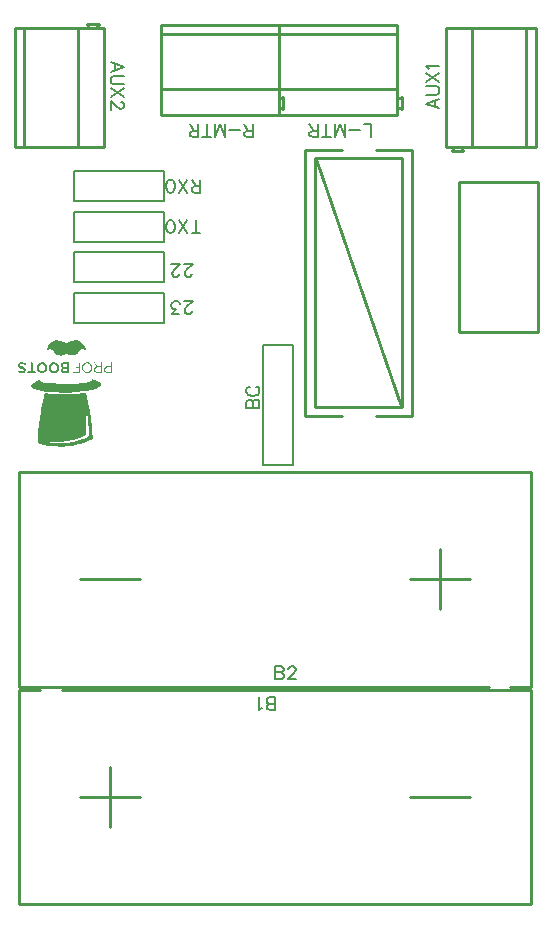
<source format=gto>
G04 Layer: TopSilkscreenLayer*
G04 EasyEDA v6.5.42, 2024-06-13 11:32:13*
G04 d1ebce20da0e461893040d04fa24d534,1f4b798e1f424c36b07c5063a1ef9d4e,10*
G04 Gerber Generator version 0.2*
G04 Scale: 100 percent, Rotated: No, Reflected: No *
G04 Dimensions in millimeters *
G04 leading zeros omitted , absolute positions ,4 integer and 5 decimal *
%FSLAX45Y45*%
%MOMM*%

%ADD10C,0.1524*%
%ADD11C,0.2540*%
%ADD12C,0.2032*%
%ADD13C,0.2030*%

%LPD*%
G36*
X565912Y-2686202D02*
G01*
X559257Y-2686608D01*
X551078Y-2687675D01*
X534111Y-2690571D01*
X527253Y-2692146D01*
X514045Y-2695956D01*
X508050Y-2698089D01*
X502716Y-2700274D01*
X498246Y-2702407D01*
X486613Y-2710027D01*
X480720Y-2711907D01*
X474319Y-2710230D01*
X458825Y-2702052D01*
X452424Y-2699258D01*
X445465Y-2696667D01*
X438150Y-2694330D01*
X430580Y-2692247D01*
X422909Y-2690520D01*
X415290Y-2689098D01*
X407822Y-2688031D01*
X400659Y-2687370D01*
X393954Y-2687116D01*
X387807Y-2687269D01*
X382371Y-2687929D01*
X376936Y-2689352D01*
X371246Y-2691536D01*
X365404Y-2694432D01*
X359562Y-2697988D01*
X353720Y-2702102D01*
X347980Y-2706725D01*
X342442Y-2711805D01*
X337210Y-2717190D01*
X332384Y-2722880D01*
X327964Y-2728722D01*
X324154Y-2734716D01*
X320954Y-2740761D01*
X316992Y-2749600D01*
X314147Y-2756763D01*
X312470Y-2762250D01*
X311912Y-2766212D01*
X312572Y-2768600D01*
X314299Y-2769565D01*
X317246Y-2769158D01*
X326237Y-2765450D01*
X332536Y-2763875D01*
X339394Y-2762808D01*
X345998Y-2762453D01*
X353618Y-2763113D01*
X359460Y-2765348D01*
X364236Y-2769616D01*
X372618Y-2782620D01*
X378256Y-2789732D01*
X384759Y-2796692D01*
X391363Y-2802686D01*
X396748Y-2806496D01*
X402691Y-2809646D01*
X409041Y-2812135D01*
X415747Y-2814015D01*
X422706Y-2815183D01*
X429717Y-2815742D01*
X436727Y-2815640D01*
X443636Y-2814828D01*
X450342Y-2813354D01*
X456692Y-2811221D01*
X462584Y-2808427D01*
X473760Y-2801010D01*
X478688Y-2798724D01*
X482447Y-2798165D01*
X484784Y-2799384D01*
X487273Y-2802382D01*
X490575Y-2805023D01*
X494487Y-2807411D01*
X499059Y-2809494D01*
X504088Y-2811221D01*
X509473Y-2812643D01*
X515213Y-2813710D01*
X521106Y-2814472D01*
X527151Y-2814828D01*
X533146Y-2814878D01*
X539089Y-2814523D01*
X544880Y-2813761D01*
X550367Y-2812643D01*
X555498Y-2811119D01*
X560171Y-2809189D01*
X564286Y-2806852D01*
X569772Y-2802331D01*
X576072Y-2795930D01*
X582371Y-2788412D01*
X594512Y-2771648D01*
X600506Y-2766060D01*
X607009Y-2763215D01*
X615035Y-2762453D01*
X621690Y-2762859D01*
X628700Y-2763977D01*
X635152Y-2765602D01*
X640283Y-2767634D01*
X645566Y-2770124D01*
X648157Y-2770174D01*
X648462Y-2767482D01*
X646938Y-2761640D01*
X644753Y-2755239D01*
X641908Y-2748737D01*
X638606Y-2742234D01*
X634796Y-2735783D01*
X630580Y-2729484D01*
X626059Y-2723388D01*
X621233Y-2717546D01*
X616153Y-2712110D01*
X610920Y-2707132D01*
X605637Y-2702661D01*
X600252Y-2698800D01*
X594918Y-2695600D01*
X587959Y-2691993D01*
X582117Y-2689301D01*
X576834Y-2687472D01*
X571601Y-2686456D01*
G37*
G36*
X370890Y-2872333D02*
G01*
X365760Y-2872892D01*
X360730Y-2874060D01*
X355904Y-2875889D01*
X351332Y-2878378D01*
X347014Y-2881477D01*
X343001Y-2885236D01*
X339394Y-2889554D01*
X336143Y-2894533D01*
X333400Y-2900070D01*
X331368Y-2905556D01*
X330047Y-2910941D01*
X329438Y-2916224D01*
X329438Y-2918460D01*
X346456Y-2918460D01*
X347167Y-2913176D01*
X349148Y-2907842D01*
X352094Y-2902559D01*
X355904Y-2897733D01*
X360273Y-2893517D01*
X364998Y-2890215D01*
X369874Y-2888030D01*
X374650Y-2887268D01*
X379171Y-2887726D01*
X383387Y-2889046D01*
X387197Y-2891129D01*
X390601Y-2893822D01*
X393598Y-2897124D01*
X396087Y-2900883D01*
X398170Y-2904998D01*
X399694Y-2909366D01*
X400659Y-2913938D01*
X401066Y-2918561D01*
X400862Y-2923133D01*
X400100Y-2927604D01*
X398627Y-2931820D01*
X396494Y-2935732D01*
X393649Y-2939237D01*
X390042Y-2942183D01*
X384911Y-2945434D01*
X380339Y-2947670D01*
X376123Y-2948940D01*
X372211Y-2949194D01*
X368452Y-2948432D01*
X364642Y-2946654D01*
X360680Y-2943910D01*
X356412Y-2940100D01*
X352552Y-2935376D01*
X349402Y-2929788D01*
X347268Y-2923895D01*
X346456Y-2918460D01*
X329438Y-2918460D01*
X329438Y-2921406D01*
X330047Y-2926384D01*
X331165Y-2931210D01*
X332841Y-2935833D01*
X334975Y-2940151D01*
X337566Y-2944266D01*
X340563Y-2948025D01*
X343916Y-2951480D01*
X347624Y-2954578D01*
X351586Y-2957322D01*
X355803Y-2959608D01*
X360222Y-2961436D01*
X364845Y-2962808D01*
X369620Y-2963672D01*
X374497Y-2964027D01*
X379374Y-2963773D01*
X384352Y-2962960D01*
X389280Y-2961538D01*
X394157Y-2959455D01*
X398932Y-2956712D01*
X403606Y-2953258D01*
X409498Y-2947263D01*
X414070Y-2940151D01*
X417372Y-2931820D01*
X419404Y-2922320D01*
X420116Y-2916224D01*
X420420Y-2911144D01*
X420116Y-2906826D01*
X419201Y-2903067D01*
X417525Y-2899511D01*
X414985Y-2895904D01*
X411530Y-2891993D01*
X407060Y-2887472D01*
X402183Y-2883255D01*
X397154Y-2879699D01*
X391972Y-2876854D01*
X386740Y-2874721D01*
X381457Y-2873248D01*
X376123Y-2872486D01*
G37*
G36*
X272846Y-2872638D02*
G01*
X267868Y-2873146D01*
X262839Y-2874213D01*
X257911Y-2875889D01*
X253034Y-2878175D01*
X248310Y-2881020D01*
X243687Y-2884424D01*
X239775Y-2887929D01*
X236626Y-2891180D01*
X234188Y-2894533D01*
X232359Y-2898089D01*
X231089Y-2902051D01*
X230327Y-2906623D01*
X229870Y-2912059D01*
X229770Y-2918561D01*
X247853Y-2918561D01*
X248158Y-2912719D01*
X249326Y-2907080D01*
X251409Y-2901797D01*
X254254Y-2897073D01*
X257860Y-2893060D01*
X262178Y-2889961D01*
X267157Y-2887980D01*
X272745Y-2887268D01*
X277723Y-2888030D01*
X282803Y-2890164D01*
X287680Y-2893415D01*
X292150Y-2897581D01*
X296011Y-2902407D01*
X299059Y-2907639D01*
X301040Y-2913075D01*
X301752Y-2918460D01*
X301091Y-2923641D01*
X299110Y-2928924D01*
X296164Y-2934157D01*
X292455Y-2939034D01*
X288188Y-2943301D01*
X283616Y-2946654D01*
X278942Y-2948889D01*
X274472Y-2949702D01*
X270764Y-2948940D01*
X266293Y-2946857D01*
X261518Y-2943809D01*
X257048Y-2940100D01*
X253136Y-2935325D01*
X250291Y-2930093D01*
X248564Y-2924403D01*
X247853Y-2918561D01*
X229770Y-2918561D01*
X229870Y-2924860D01*
X230327Y-2930296D01*
X231089Y-2934868D01*
X232359Y-2938881D01*
X234188Y-2942437D01*
X236626Y-2945739D01*
X239775Y-2949041D01*
X243687Y-2952496D01*
X248361Y-2955950D01*
X253238Y-2958846D01*
X258317Y-2961030D01*
X263448Y-2962656D01*
X268681Y-2963621D01*
X273913Y-2963976D01*
X279095Y-2963672D01*
X284226Y-2962757D01*
X289204Y-2961233D01*
X294030Y-2959049D01*
X298653Y-2956255D01*
X302971Y-2952800D01*
X306933Y-2948889D01*
X310388Y-2944723D01*
X313283Y-2940354D01*
X315671Y-2935833D01*
X317500Y-2931160D01*
X318770Y-2926384D01*
X319481Y-2921508D01*
X319633Y-2916631D01*
X319227Y-2911703D01*
X318211Y-2906877D01*
X316636Y-2902051D01*
X314452Y-2897378D01*
X311556Y-2892552D01*
X308254Y-2888234D01*
X304596Y-2884424D01*
X300685Y-2881122D01*
X296468Y-2878378D01*
X292049Y-2876143D01*
X287426Y-2874416D01*
X282651Y-2873298D01*
X277774Y-2872689D01*
G37*
G36*
X105664Y-2872790D02*
G01*
X99771Y-2872841D01*
X94030Y-2873349D01*
X88646Y-2874365D01*
X83769Y-2875838D01*
X79552Y-2877820D01*
X76149Y-2880410D01*
X72237Y-2884881D01*
X69596Y-2889504D01*
X68173Y-2894177D01*
X67970Y-2898800D01*
X68935Y-2903372D01*
X70967Y-2907792D01*
X74066Y-2912008D01*
X78232Y-2915970D01*
X83362Y-2919577D01*
X89458Y-2922727D01*
X96469Y-2925419D01*
X104343Y-2927604D01*
X109372Y-2929229D01*
X113283Y-2931515D01*
X116027Y-2934309D01*
X117551Y-2937306D01*
X117805Y-2940405D01*
X116687Y-2943352D01*
X114198Y-2945993D01*
X110235Y-2948076D01*
X106273Y-2948736D01*
X101142Y-2948482D01*
X95605Y-2947416D01*
X83972Y-2943148D01*
X79756Y-2942640D01*
X77012Y-2944063D01*
X75031Y-2947517D01*
X73558Y-2953664D01*
X75946Y-2957677D01*
X83210Y-2960319D01*
X96520Y-2962402D01*
X105664Y-2962960D01*
X113690Y-2962198D01*
X120751Y-2960116D01*
X127000Y-2956712D01*
X131267Y-2953308D01*
X134518Y-2949702D01*
X136702Y-2945993D01*
X137871Y-2942183D01*
X138023Y-2938322D01*
X137210Y-2934411D01*
X135382Y-2930550D01*
X132588Y-2926689D01*
X128778Y-2922930D01*
X124053Y-2919272D01*
X118414Y-2915716D01*
X102666Y-2907741D01*
X95148Y-2903270D01*
X90068Y-2899359D01*
X88239Y-2896616D01*
X88950Y-2893720D01*
X90932Y-2891434D01*
X94030Y-2889707D01*
X98094Y-2888589D01*
X102870Y-2888183D01*
X108153Y-2888437D01*
X113842Y-2889453D01*
X127254Y-2893618D01*
X132537Y-2894330D01*
X136194Y-2893415D01*
X138785Y-2890824D01*
X139954Y-2887878D01*
X139750Y-2885135D01*
X138226Y-2882595D01*
X135636Y-2880258D01*
X132080Y-2878226D01*
X127711Y-2876448D01*
X122732Y-2875026D01*
X117297Y-2873908D01*
X111556Y-2873146D01*
G37*
G36*
X862939Y-2872841D02*
G01*
X861009Y-2874162D01*
X859434Y-2877820D01*
X858367Y-2883154D01*
X857961Y-2889656D01*
X857910Y-2895142D01*
X857605Y-2899308D01*
X856792Y-2902305D01*
X855218Y-2904286D01*
X852627Y-2905556D01*
X848766Y-2906166D01*
X836421Y-2906471D01*
X827633Y-2906979D01*
X820013Y-2908401D01*
X813460Y-2910840D01*
X808075Y-2914142D01*
X803859Y-2918409D01*
X800862Y-2923590D01*
X798982Y-2929636D01*
X798773Y-2932023D01*
X808634Y-2932023D01*
X809650Y-2927096D01*
X812038Y-2923082D01*
X815848Y-2919984D01*
X821080Y-2917799D01*
X827786Y-2916478D01*
X835964Y-2916072D01*
X857961Y-2916072D01*
X857961Y-2954477D01*
X835964Y-2954477D01*
X824941Y-2954070D01*
X817727Y-2952546D01*
X813308Y-2949600D01*
X810818Y-2944876D01*
X809040Y-2937967D01*
X808634Y-2932023D01*
X798773Y-2932023D01*
X798372Y-2936595D01*
X798728Y-2940761D01*
X799795Y-2944622D01*
X801471Y-2948178D01*
X803859Y-2951429D01*
X806856Y-2954274D01*
X810463Y-2956814D01*
X814679Y-2958998D01*
X819505Y-2960776D01*
X824839Y-2962198D01*
X830783Y-2963265D01*
X837234Y-2963875D01*
X844194Y-2964078D01*
X867918Y-2964078D01*
X867816Y-2908706D01*
X867105Y-2892094D01*
X866546Y-2885440D01*
X865835Y-2880106D01*
X864971Y-2876143D01*
X864006Y-2873705D01*
G37*
G36*
X718108Y-2872841D02*
G01*
X717042Y-2874162D01*
X717702Y-2877718D01*
X719988Y-2883001D01*
X723747Y-2889402D01*
X734314Y-2905963D01*
X724154Y-2915818D01*
X720242Y-2920085D01*
X717296Y-2924352D01*
X715314Y-2928670D01*
X714108Y-2933496D01*
X725119Y-2933496D01*
X725932Y-2928112D01*
X728268Y-2921762D01*
X732282Y-2918104D01*
X739444Y-2916478D01*
X751281Y-2916072D01*
X773531Y-2916072D01*
X773531Y-2941574D01*
X773226Y-2946349D01*
X772515Y-2949752D01*
X771093Y-2952038D01*
X768807Y-2953461D01*
X765403Y-2954172D01*
X754278Y-2954477D01*
X746201Y-2953918D01*
X738784Y-2952445D01*
X732790Y-2950159D01*
X728929Y-2947314D01*
X726694Y-2943606D01*
X725424Y-2938780D01*
X725119Y-2933496D01*
X714108Y-2933496D01*
X713892Y-2937002D01*
X714451Y-2941015D01*
X715772Y-2944825D01*
X717854Y-2948381D01*
X720699Y-2951734D01*
X724255Y-2954731D01*
X728472Y-2957423D01*
X733348Y-2959709D01*
X738835Y-2961538D01*
X744880Y-2962910D01*
X751535Y-2963773D01*
X758647Y-2964078D01*
X783488Y-2964078D01*
X783386Y-2908706D01*
X782675Y-2892094D01*
X782116Y-2885440D01*
X781405Y-2880106D01*
X780542Y-2876143D01*
X779576Y-2873705D01*
X778510Y-2872841D01*
X776579Y-2874162D01*
X775004Y-2877820D01*
X773938Y-2883154D01*
X773176Y-2898749D01*
X771296Y-2903829D01*
X766927Y-2906014D01*
X759053Y-2906471D01*
X751535Y-2905658D01*
X745337Y-2902915D01*
X739698Y-2897784D01*
X729284Y-2883154D01*
X724763Y-2877820D01*
X720902Y-2874162D01*
G37*
G36*
X656844Y-2872841D02*
G01*
X651560Y-2873146D01*
X646480Y-2874060D01*
X641705Y-2875483D01*
X637133Y-2877464D01*
X632917Y-2879902D01*
X629005Y-2882849D01*
X625449Y-2886151D01*
X622249Y-2889859D01*
X619506Y-2893923D01*
X617169Y-2898292D01*
X615289Y-2902915D01*
X613867Y-2907792D01*
X612952Y-2912922D01*
X612649Y-2918256D01*
X624332Y-2918256D01*
X624636Y-2912618D01*
X625551Y-2907080D01*
X626922Y-2901899D01*
X628853Y-2897174D01*
X631342Y-2893110D01*
X634339Y-2889808D01*
X638759Y-2886405D01*
X643382Y-2883865D01*
X648004Y-2882087D01*
X652678Y-2881071D01*
X657352Y-2880766D01*
X661873Y-2881223D01*
X666292Y-2882290D01*
X670458Y-2884068D01*
X674370Y-2886405D01*
X677926Y-2889351D01*
X681075Y-2892856D01*
X683818Y-2896870D01*
X686054Y-2901391D01*
X687730Y-2906369D01*
X688746Y-2911805D01*
X689102Y-2917647D01*
X688492Y-2926029D01*
X686816Y-2933954D01*
X684225Y-2940761D01*
X680923Y-2945688D01*
X676452Y-2949295D01*
X670915Y-2951937D01*
X664616Y-2953562D01*
X657961Y-2954172D01*
X651205Y-2953766D01*
X644702Y-2952394D01*
X638708Y-2949956D01*
X633628Y-2946552D01*
X630732Y-2943301D01*
X628345Y-2939237D01*
X626516Y-2934563D01*
X625246Y-2929382D01*
X624535Y-2923895D01*
X624332Y-2918256D01*
X612649Y-2918256D01*
X612851Y-2923641D01*
X613613Y-2929178D01*
X614883Y-2933496D01*
X616762Y-2937764D01*
X619302Y-2941929D01*
X622350Y-2945942D01*
X625856Y-2949702D01*
X629767Y-2953156D01*
X633933Y-2956204D01*
X638352Y-2958896D01*
X642975Y-2961081D01*
X647598Y-2962706D01*
X652272Y-2963722D01*
X656844Y-2964078D01*
X664565Y-2963316D01*
X671982Y-2960979D01*
X678942Y-2957220D01*
X685393Y-2951988D01*
X689660Y-2947365D01*
X693166Y-2942539D01*
X696010Y-2937510D01*
X698144Y-2932379D01*
X699668Y-2927096D01*
X700532Y-2921812D01*
X700836Y-2916529D01*
X700481Y-2911348D01*
X699566Y-2906217D01*
X698093Y-2901289D01*
X696112Y-2896616D01*
X693572Y-2892196D01*
X690524Y-2888081D01*
X687019Y-2884373D01*
X683056Y-2881071D01*
X678637Y-2878226D01*
X673760Y-2875991D01*
X668528Y-2874264D01*
X662889Y-2873248D01*
G37*
G36*
X589788Y-2872841D02*
G01*
X587857Y-2874568D01*
X586282Y-2879140D01*
X585216Y-2885897D01*
X584860Y-2894177D01*
X584860Y-2915564D01*
X537667Y-2919120D01*
X569010Y-2920339D01*
X574852Y-2920796D01*
X579018Y-2921558D01*
X581863Y-2922879D01*
X583590Y-2924962D01*
X584454Y-2927959D01*
X584809Y-2932125D01*
X584860Y-2954477D01*
X560324Y-2954477D01*
X550519Y-2954832D01*
X542086Y-2955899D01*
X535838Y-2957423D01*
X532688Y-2959303D01*
X533603Y-2961284D01*
X539038Y-2962808D01*
X548690Y-2963773D01*
X562203Y-2964078D01*
X594766Y-2964078D01*
X594664Y-2908706D01*
X594004Y-2892094D01*
X592683Y-2880106D01*
X591820Y-2876143D01*
X590854Y-2873705D01*
G37*
G36*
X477723Y-2872841D02*
G01*
X469341Y-2872994D01*
X461924Y-2873400D01*
X455422Y-2874060D01*
X449783Y-2875076D01*
X445008Y-2876397D01*
X440994Y-2878074D01*
X437692Y-2880156D01*
X435152Y-2882646D01*
X433222Y-2885592D01*
X431901Y-2888996D01*
X431139Y-2892806D01*
X430885Y-2897174D01*
X431086Y-2899257D01*
X450748Y-2899257D01*
X451307Y-2892958D01*
X453745Y-2889300D01*
X458978Y-2887675D01*
X468122Y-2887268D01*
X477266Y-2887675D01*
X482549Y-2889300D01*
X484936Y-2892958D01*
X485495Y-2899257D01*
X484936Y-2905556D01*
X482549Y-2909214D01*
X477266Y-2910890D01*
X468122Y-2911246D01*
X458978Y-2910890D01*
X453745Y-2909214D01*
X451307Y-2905556D01*
X450748Y-2899257D01*
X431086Y-2899257D01*
X431444Y-2902966D01*
X432917Y-2908096D01*
X435152Y-2912008D01*
X437845Y-2914142D01*
X441198Y-2915970D01*
X442366Y-2918561D01*
X441248Y-2922828D01*
X434746Y-2936341D01*
X434482Y-2937662D01*
X453237Y-2937662D01*
X453999Y-2932988D01*
X456692Y-2929788D01*
X461670Y-2927756D01*
X469392Y-2926588D01*
X478028Y-2926130D01*
X482904Y-2927350D01*
X485038Y-2930956D01*
X485495Y-2937662D01*
X485038Y-2944368D01*
X482904Y-2947974D01*
X478028Y-2949194D01*
X469392Y-2948787D01*
X461670Y-2947568D01*
X456692Y-2945536D01*
X453999Y-2942336D01*
X453237Y-2937662D01*
X434482Y-2937662D01*
X433679Y-2941675D01*
X434695Y-2946501D01*
X437794Y-2951937D01*
X439928Y-2954578D01*
X442417Y-2956763D01*
X445516Y-2958592D01*
X449326Y-2960014D01*
X453999Y-2961132D01*
X459689Y-2961995D01*
X474929Y-2963113D01*
X505358Y-2964535D01*
X505358Y-2872841D01*
G37*
G36*
X187553Y-2872841D02*
G01*
X184505Y-2873044D01*
X182168Y-2873908D01*
X180390Y-2875737D01*
X179171Y-2878886D01*
X178358Y-2883662D01*
X177901Y-2890418D01*
X177596Y-2911246D01*
X177596Y-2949702D01*
X162712Y-2949702D01*
X156210Y-2950108D01*
X151536Y-2951480D01*
X148742Y-2953715D01*
X147828Y-2956864D01*
X148183Y-2958846D01*
X149504Y-2960471D01*
X151942Y-2961690D01*
X155651Y-2962656D01*
X160883Y-2963316D01*
X167843Y-2963773D01*
X187553Y-2964078D01*
X207264Y-2963773D01*
X214172Y-2963316D01*
X219405Y-2962656D01*
X223164Y-2961690D01*
X225552Y-2960471D01*
X226872Y-2958846D01*
X227279Y-2956864D01*
X226364Y-2953715D01*
X223570Y-2951480D01*
X218897Y-2950108D01*
X212394Y-2949702D01*
X197459Y-2949702D01*
X197408Y-2899511D01*
X197205Y-2890418D01*
X196748Y-2883662D01*
X195935Y-2878886D01*
X194665Y-2875737D01*
X192938Y-2873908D01*
X190601Y-2873044D01*
G37*
G36*
X703072Y-3017824D02*
G01*
X697941Y-3018383D01*
X694842Y-3020872D01*
X692353Y-3027121D01*
X690473Y-3029966D01*
X687578Y-3032607D01*
X683666Y-3035147D01*
X678688Y-3037535D01*
X672693Y-3039770D01*
X665683Y-3041853D01*
X657656Y-3043783D01*
X648665Y-3045510D01*
X638657Y-3047136D01*
X627684Y-3048609D01*
X602792Y-3051048D01*
X574090Y-3052826D01*
X541629Y-3053994D01*
X505459Y-3054502D01*
X465632Y-3054350D01*
X420065Y-3053537D01*
X373278Y-3052064D01*
X336194Y-3050133D01*
X321005Y-3048965D01*
X307898Y-3047644D01*
X296722Y-3046120D01*
X287375Y-3044393D01*
X279704Y-3042462D01*
X273710Y-3040329D01*
X269138Y-3037941D01*
X267360Y-3036671D01*
X265887Y-3035300D01*
X264769Y-3033877D01*
X263906Y-3032353D01*
X261467Y-3024479D01*
X260045Y-3023006D01*
X257708Y-3022650D01*
X253898Y-3023565D01*
X248158Y-3025698D01*
X228803Y-3033877D01*
X213207Y-3040989D01*
X206806Y-3044240D01*
X201269Y-3047390D01*
X196494Y-3050489D01*
X192532Y-3053486D01*
X189331Y-3056534D01*
X186791Y-3059582D01*
X184861Y-3062681D01*
X183591Y-3065881D01*
X182829Y-3069234D01*
X182575Y-3072739D01*
X182880Y-3075787D01*
X183743Y-3078734D01*
X185267Y-3081680D01*
X187350Y-3084525D01*
X189992Y-3087268D01*
X193192Y-3090011D01*
X197002Y-3092653D01*
X201371Y-3095244D01*
X206349Y-3097733D01*
X211836Y-3100171D01*
X217881Y-3102508D01*
X231648Y-3106978D01*
X247599Y-3111144D01*
X265734Y-3114954D01*
X285902Y-3118408D01*
X301040Y-3120542D01*
X321056Y-3122676D01*
X344982Y-3124657D01*
X371652Y-3126384D01*
X406755Y-3128162D01*
X434746Y-3129178D01*
X461264Y-3129737D01*
X490423Y-3129838D01*
X509016Y-3129330D01*
X541172Y-3127044D01*
X576630Y-3123844D01*
X609396Y-3120136D01*
X639368Y-3115970D01*
X653288Y-3113735D01*
X679043Y-3108858D01*
X690778Y-3106267D01*
X701802Y-3103575D01*
X721614Y-3097834D01*
X730351Y-3094786D01*
X738327Y-3091688D01*
X745540Y-3088436D01*
X751941Y-3085134D01*
X757529Y-3081680D01*
X762355Y-3078175D01*
X766368Y-3074568D01*
X768045Y-3072739D01*
X771550Y-3067558D01*
X773328Y-3062274D01*
X773379Y-3057042D01*
X771702Y-3051810D01*
X768400Y-3046679D01*
X763422Y-3041751D01*
X756869Y-3037027D01*
X748741Y-3032607D01*
X738835Y-3028188D01*
X728421Y-3024174D01*
X718667Y-3020923D01*
X710946Y-3018942D01*
G37*
G36*
X299516Y-3133699D02*
G01*
X297738Y-3134106D01*
X296164Y-3135223D01*
X294741Y-3137204D01*
X293319Y-3140202D01*
X291896Y-3144367D01*
X290423Y-3149854D01*
X287070Y-3165449D01*
X280365Y-3200603D01*
X274726Y-3232251D01*
X268224Y-3271113D01*
X264109Y-3297224D01*
X257352Y-3342690D01*
X249072Y-3405276D01*
X243789Y-3451707D01*
X241655Y-3473145D01*
X239928Y-3493160D01*
X236414Y-3541979D01*
X305511Y-3541979D01*
X307187Y-3541522D01*
X332740Y-3544570D01*
X345389Y-3545687D01*
X358190Y-3546500D01*
X371195Y-3547059D01*
X384302Y-3547313D01*
X404114Y-3547160D01*
X417423Y-3546754D01*
X444144Y-3545078D01*
X470712Y-3542334D01*
X483920Y-3540556D01*
X497027Y-3538524D01*
X522833Y-3533749D01*
X535482Y-3531006D01*
X547928Y-3527958D01*
X560120Y-3524707D01*
X572058Y-3521252D01*
X583692Y-3517544D01*
X595020Y-3513582D01*
X606044Y-3509416D01*
X616661Y-3505047D01*
X650951Y-3490264D01*
X647700Y-3349294D01*
X647242Y-3321761D01*
X647192Y-3301746D01*
X647547Y-3289249D01*
X647954Y-3285845D01*
X648462Y-3284321D01*
X648766Y-3284270D01*
X649528Y-3285591D01*
X650443Y-3288842D01*
X652729Y-3301034D01*
X659587Y-3348532D01*
X664260Y-3383889D01*
X670814Y-3436213D01*
X672744Y-3454908D01*
X673760Y-3469487D01*
X673811Y-3480562D01*
X673506Y-3485032D01*
X672896Y-3488842D01*
X672033Y-3492093D01*
X670966Y-3494887D01*
X669594Y-3497275D01*
X667969Y-3499408D01*
X663905Y-3502964D01*
X658723Y-3506266D01*
X651560Y-3509975D01*
X642366Y-3514039D01*
X631444Y-3518357D01*
X619099Y-3522827D01*
X591312Y-3531768D01*
X561594Y-3540201D01*
X546760Y-3543960D01*
X532333Y-3547313D01*
X518718Y-3550107D01*
X506171Y-3552342D01*
X493674Y-3554018D01*
X479907Y-3555390D01*
X465226Y-3556406D01*
X449884Y-3557117D01*
X434136Y-3557524D01*
X418236Y-3557574D01*
X402539Y-3557371D01*
X387197Y-3556863D01*
X372567Y-3556050D01*
X358851Y-3554933D01*
X346405Y-3553561D01*
X335432Y-3551936D01*
X326288Y-3550005D01*
X319125Y-3547821D01*
X309422Y-3543960D01*
X305511Y-3541979D01*
X236414Y-3541979D01*
X235915Y-3548989D01*
X259892Y-3560673D01*
X271322Y-3565296D01*
X284632Y-3570071D01*
X298145Y-3574338D01*
X308406Y-3577082D01*
X317500Y-3578910D01*
X327964Y-3580536D01*
X339598Y-3581958D01*
X365760Y-3584244D01*
X394360Y-3585667D01*
X423926Y-3586175D01*
X438607Y-3586124D01*
X452932Y-3585819D01*
X479755Y-3584498D01*
X491896Y-3583432D01*
X502970Y-3582162D01*
X528777Y-3577894D01*
X555040Y-3572713D01*
X579729Y-3567074D01*
X602792Y-3560927D01*
X624281Y-3554222D01*
X644245Y-3547008D01*
X653694Y-3543198D01*
X662686Y-3539236D01*
X705408Y-3519119D01*
X700786Y-3448354D01*
X698347Y-3421126D01*
X695401Y-3393287D01*
X692302Y-3368243D01*
X688797Y-3344316D01*
X678738Y-3283915D01*
X666953Y-3219196D01*
X656336Y-3165449D01*
X652373Y-3147364D01*
X649732Y-3137662D01*
X649325Y-3136798D01*
X648360Y-3135934D01*
X646684Y-3135223D01*
X644296Y-3134664D01*
X637082Y-3134106D01*
X626414Y-3134156D01*
X611987Y-3134918D01*
X578002Y-3137662D01*
X556514Y-3138932D01*
X530199Y-3139846D01*
X500430Y-3140405D01*
X452374Y-3140608D01*
X412089Y-3140252D01*
X381609Y-3139643D01*
X354177Y-3138728D01*
X331114Y-3137560D01*
X313893Y-3136138D01*
X307848Y-3135325D01*
X301498Y-3133852D01*
G37*
D10*
X3060700Y-966215D02*
G01*
X3060700Y-857250D01*
X3060700Y-857250D02*
G01*
X2998470Y-857250D01*
X2964179Y-903986D02*
G01*
X2870454Y-903986D01*
X2836163Y-966215D02*
G01*
X2836163Y-857250D01*
X2836163Y-966215D02*
G01*
X2794761Y-857250D01*
X2753106Y-966215D02*
G01*
X2794761Y-857250D01*
X2753106Y-966215D02*
G01*
X2753106Y-857250D01*
X2682493Y-966215D02*
G01*
X2682493Y-857250D01*
X2718815Y-966215D02*
G01*
X2646172Y-966215D01*
X2611881Y-966215D02*
G01*
X2611881Y-857250D01*
X2611881Y-966215D02*
G01*
X2565145Y-966215D01*
X2549397Y-961136D01*
X2544318Y-955802D01*
X2538984Y-945387D01*
X2538984Y-934973D01*
X2544318Y-924560D01*
X2549397Y-919479D01*
X2565145Y-914400D01*
X2611881Y-914400D01*
X2575559Y-914400D02*
G01*
X2538984Y-857250D01*
X2057400Y-966215D02*
G01*
X2057400Y-857250D01*
X2057400Y-966215D02*
G01*
X2010663Y-966215D01*
X1995170Y-961136D01*
X1989836Y-955802D01*
X1984756Y-945387D01*
X1984756Y-934973D01*
X1989836Y-924560D01*
X1995170Y-919479D01*
X2010663Y-914400D01*
X2057400Y-914400D01*
X2021077Y-914400D02*
G01*
X1984756Y-857250D01*
X1950465Y-903986D02*
G01*
X1856739Y-903986D01*
X1822450Y-966215D02*
G01*
X1822450Y-857250D01*
X1822450Y-966215D02*
G01*
X1781047Y-857250D01*
X1739392Y-966215D02*
G01*
X1781047Y-857250D01*
X1739392Y-966215D02*
G01*
X1739392Y-857250D01*
X1668779Y-966215D02*
G01*
X1668779Y-857250D01*
X1705102Y-966215D02*
G01*
X1632457Y-966215D01*
X1598168Y-966215D02*
G01*
X1598168Y-857250D01*
X1598168Y-966215D02*
G01*
X1551431Y-966215D01*
X1535684Y-961136D01*
X1530604Y-955802D01*
X1525270Y-945387D01*
X1525270Y-934973D01*
X1530604Y-924560D01*
X1535684Y-919479D01*
X1551431Y-914400D01*
X1598168Y-914400D01*
X1561845Y-914400D02*
G01*
X1525270Y-857250D01*
X3529584Y-682244D02*
G01*
X3638550Y-723900D01*
X3529584Y-682244D02*
G01*
X3638550Y-640842D01*
X3602227Y-708405D02*
G01*
X3602227Y-656336D01*
X3529584Y-606552D02*
G01*
X3607561Y-606552D01*
X3623056Y-601218D01*
X3633470Y-590804D01*
X3638550Y-575310D01*
X3638550Y-564895D01*
X3633470Y-549402D01*
X3623056Y-538987D01*
X3607561Y-533654D01*
X3529584Y-533654D01*
X3529584Y-499363D02*
G01*
X3638550Y-426720D01*
X3529584Y-426720D02*
G01*
X3638550Y-499363D01*
X3550411Y-392429D02*
G01*
X3545077Y-382015D01*
X3529584Y-366521D01*
X3638550Y-366521D01*
X1544320Y-2121407D02*
G01*
X1544320Y-2126487D01*
X1538986Y-2136902D01*
X1533905Y-2142236D01*
X1523492Y-2147315D01*
X1502663Y-2147315D01*
X1492250Y-2142236D01*
X1487170Y-2136902D01*
X1481836Y-2126487D01*
X1481836Y-2116073D01*
X1487170Y-2105660D01*
X1497329Y-2090165D01*
X1549400Y-2038350D01*
X1476755Y-2038350D01*
X1437131Y-2121407D02*
G01*
X1437131Y-2126487D01*
X1432052Y-2136902D01*
X1426718Y-2142236D01*
X1416304Y-2147315D01*
X1395729Y-2147315D01*
X1385315Y-2142236D01*
X1379981Y-2136902D01*
X1374902Y-2126487D01*
X1374902Y-2116073D01*
X1379981Y-2105660D01*
X1390395Y-2090165D01*
X1442465Y-2038350D01*
X1369568Y-2038350D01*
X1544320Y-2438907D02*
G01*
X1544320Y-2443987D01*
X1538986Y-2454402D01*
X1533905Y-2459736D01*
X1523492Y-2464815D01*
X1502663Y-2464815D01*
X1492250Y-2459736D01*
X1487170Y-2454402D01*
X1481836Y-2443987D01*
X1481836Y-2433573D01*
X1487170Y-2423160D01*
X1497329Y-2407665D01*
X1549400Y-2355850D01*
X1476755Y-2355850D01*
X1432052Y-2464815D02*
G01*
X1374902Y-2464815D01*
X1405889Y-2423160D01*
X1390395Y-2423160D01*
X1379981Y-2418079D01*
X1374902Y-2413000D01*
X1369568Y-2397252D01*
X1369568Y-2386837D01*
X1374902Y-2371344D01*
X1385315Y-2360929D01*
X1400810Y-2355850D01*
X1416304Y-2355850D01*
X1432052Y-2360929D01*
X1437131Y-2366010D01*
X1442465Y-2376423D01*
X1612900Y-1436115D02*
G01*
X1612900Y-1327150D01*
X1612900Y-1436115D02*
G01*
X1566163Y-1436115D01*
X1550670Y-1431036D01*
X1545336Y-1425702D01*
X1540255Y-1415287D01*
X1540255Y-1404873D01*
X1545336Y-1394460D01*
X1550670Y-1389379D01*
X1566163Y-1384300D01*
X1612900Y-1384300D01*
X1576578Y-1384300D02*
G01*
X1540255Y-1327150D01*
X1505965Y-1436115D02*
G01*
X1433068Y-1327150D01*
X1433068Y-1436115D02*
G01*
X1505965Y-1327150D01*
X1367789Y-1436115D02*
G01*
X1383284Y-1431036D01*
X1393697Y-1415287D01*
X1398778Y-1389379D01*
X1398778Y-1373886D01*
X1393697Y-1347723D01*
X1383284Y-1332229D01*
X1367789Y-1327150D01*
X1357376Y-1327150D01*
X1341628Y-1332229D01*
X1331213Y-1347723D01*
X1326134Y-1373886D01*
X1326134Y-1389379D01*
X1331213Y-1415287D01*
X1341628Y-1431036D01*
X1357376Y-1436115D01*
X1367789Y-1436115D01*
X1576578Y-1779015D02*
G01*
X1576578Y-1670050D01*
X1612900Y-1779015D02*
G01*
X1540255Y-1779015D01*
X1505965Y-1779015D02*
G01*
X1433068Y-1670050D01*
X1433068Y-1779015D02*
G01*
X1505965Y-1670050D01*
X1367789Y-1779015D02*
G01*
X1383284Y-1773936D01*
X1393697Y-1758187D01*
X1398778Y-1732279D01*
X1398778Y-1716786D01*
X1393697Y-1690623D01*
X1383284Y-1675129D01*
X1367789Y-1670050D01*
X1357376Y-1670050D01*
X1341628Y-1675129D01*
X1331213Y-1690623D01*
X1326134Y-1716786D01*
X1326134Y-1732279D01*
X1331213Y-1758187D01*
X1341628Y-1773936D01*
X1357376Y-1779015D01*
X1367789Y-1779015D01*
X966215Y-371855D02*
G01*
X857250Y-330200D01*
X966215Y-371855D02*
G01*
X857250Y-413257D01*
X893571Y-345694D02*
G01*
X893571Y-397763D01*
X966215Y-447547D02*
G01*
X888237Y-447547D01*
X872744Y-452881D01*
X862329Y-463295D01*
X857250Y-478789D01*
X857250Y-489204D01*
X862329Y-504697D01*
X872744Y-515112D01*
X888237Y-520445D01*
X966215Y-520445D01*
X966215Y-554736D02*
G01*
X857250Y-627379D01*
X966215Y-627379D02*
G01*
X857250Y-554736D01*
X940307Y-666750D02*
G01*
X945387Y-666750D01*
X955802Y-672084D01*
X961136Y-677163D01*
X966215Y-687578D01*
X966215Y-708405D01*
X961136Y-718820D01*
X955802Y-723900D01*
X945387Y-729234D01*
X934973Y-729234D01*
X924560Y-723900D01*
X909065Y-713739D01*
X857250Y-661670D01*
X857250Y-734313D01*
X2247900Y-5817615D02*
G01*
X2247900Y-5708650D01*
X2247900Y-5817615D02*
G01*
X2201163Y-5817615D01*
X2185670Y-5812536D01*
X2180336Y-5807202D01*
X2175256Y-5796787D01*
X2175256Y-5786373D01*
X2180336Y-5775960D01*
X2185670Y-5770879D01*
X2201163Y-5765800D01*
X2247900Y-5765800D02*
G01*
X2201163Y-5765800D01*
X2185670Y-5760465D01*
X2180336Y-5755386D01*
X2175256Y-5744971D01*
X2175256Y-5729223D01*
X2180336Y-5718810D01*
X2185670Y-5713729D01*
X2201163Y-5708650D01*
X2247900Y-5708650D01*
X2140965Y-5796787D02*
G01*
X2130552Y-5802121D01*
X2114804Y-5817615D01*
X2114804Y-5708650D01*
X2247900Y-5447284D02*
G01*
X2247900Y-5556250D01*
X2247900Y-5447284D02*
G01*
X2294636Y-5447284D01*
X2310129Y-5452363D01*
X2315463Y-5457697D01*
X2320543Y-5468112D01*
X2320543Y-5478526D01*
X2315463Y-5488939D01*
X2310129Y-5494020D01*
X2294636Y-5499100D01*
X2247900Y-5499100D02*
G01*
X2294636Y-5499100D01*
X2310129Y-5504434D01*
X2315463Y-5509513D01*
X2320543Y-5519928D01*
X2320543Y-5535676D01*
X2315463Y-5546089D01*
X2310129Y-5551170D01*
X2294636Y-5556250D01*
X2247900Y-5556250D01*
X2360168Y-5473192D02*
G01*
X2360168Y-5468112D01*
X2365247Y-5457697D01*
X2370581Y-5452363D01*
X2380995Y-5447284D01*
X2401570Y-5447284D01*
X2411984Y-5452363D01*
X2417318Y-5457697D01*
X2422397Y-5468112D01*
X2422397Y-5478526D01*
X2417318Y-5488939D01*
X2406904Y-5504434D01*
X2354834Y-5556250D01*
X2427731Y-5556250D01*
X2005584Y-3263900D02*
G01*
X2114550Y-3263900D01*
X2005584Y-3263900D02*
G01*
X2005584Y-3217163D01*
X2010663Y-3201670D01*
X2015997Y-3196336D01*
X2026411Y-3191255D01*
X2036825Y-3191255D01*
X2047240Y-3196336D01*
X2052320Y-3201670D01*
X2057400Y-3217163D01*
X2057400Y-3263900D02*
G01*
X2057400Y-3217163D01*
X2062734Y-3201670D01*
X2067813Y-3196336D01*
X2078227Y-3191255D01*
X2093975Y-3191255D01*
X2104390Y-3196336D01*
X2109470Y-3201670D01*
X2114550Y-3217163D01*
X2114550Y-3263900D01*
X2031491Y-3078987D02*
G01*
X2021077Y-3084068D01*
X2010663Y-3094481D01*
X2005584Y-3104895D01*
X2005584Y-3125723D01*
X2010663Y-3136137D01*
X2021077Y-3146552D01*
X2031491Y-3151631D01*
X2047240Y-3156965D01*
X2073147Y-3156965D01*
X2088641Y-3151631D01*
X2099056Y-3146552D01*
X2109470Y-3136137D01*
X2114550Y-3125723D01*
X2114550Y-3104895D01*
X2109470Y-3094481D01*
X2099056Y-3084068D01*
X2088641Y-3078987D01*
D11*
X3281299Y-95707D02*
G01*
X2281300Y-95707D01*
X3281832Y-710133D02*
G01*
X3321304Y-727499D01*
X3321304Y-627499D01*
X3281832Y-647192D01*
X3281299Y-777499D02*
G01*
X2281300Y-777499D01*
X3281299Y-777499D02*
G01*
X3281299Y-17500D01*
X2281300Y-777499D02*
G01*
X2281300Y-17500D01*
X3281299Y-17500D02*
G01*
X2281300Y-17500D01*
X3281299Y-557580D02*
G01*
X2281300Y-557580D01*
X2277999Y-95707D02*
G01*
X1278001Y-95707D01*
X2278532Y-710133D02*
G01*
X2318004Y-727499D01*
X2318004Y-627499D01*
X2278532Y-647192D01*
X2277999Y-777499D02*
G01*
X1278001Y-777499D01*
X2277999Y-777499D02*
G01*
X2277999Y-17500D01*
X1278001Y-777499D02*
G01*
X1278001Y-17500D01*
X2277999Y-17500D02*
G01*
X1278001Y-17500D01*
X2277999Y-557580D02*
G01*
X1278001Y-557580D01*
X4374692Y-1046098D02*
G01*
X4374692Y-46101D01*
X3760266Y-1046632D02*
G01*
X3742900Y-1086104D01*
X3842900Y-1086104D01*
X3823208Y-1046632D01*
X3692900Y-1046098D02*
G01*
X3692900Y-46101D01*
X3692900Y-1046098D02*
G01*
X4452899Y-1046098D01*
X3692900Y-46101D02*
G01*
X4452899Y-46101D01*
X4452899Y-1046098D02*
G01*
X4452899Y-46101D01*
X3912819Y-1046098D02*
G01*
X3912819Y-46101D01*
D12*
X736600Y-1943100D02*
G01*
X546100Y-1943100D01*
X546100Y-2197100D01*
X1308100Y-2197100D01*
X1308100Y-1943100D01*
D13*
X1308100Y-1943100D02*
G01*
X736600Y-1943100D01*
D12*
X736600Y-2286000D02*
G01*
X546100Y-2286000D01*
X546100Y-2540000D01*
X1308100Y-2540000D01*
X1308100Y-2286000D01*
D13*
X1308100Y-2286000D02*
G01*
X736600Y-2286000D01*
D12*
X736600Y-1257300D02*
G01*
X546100Y-1257300D01*
X546100Y-1511300D01*
X1308100Y-1511300D01*
X1308100Y-1257300D01*
D13*
X1308100Y-1257300D02*
G01*
X736600Y-1257300D01*
D12*
X736600Y-1600200D02*
G01*
X546100Y-1600200D01*
X546100Y-1854200D01*
X1308100Y-1854200D01*
X1308100Y-1600200D01*
D13*
X1308100Y-1600200D02*
G01*
X736600Y-1600200D01*
D11*
X121107Y-46101D02*
G01*
X121107Y-1046098D01*
X735533Y-45567D02*
G01*
X752899Y-6095D01*
X652899Y-6095D01*
X672592Y-45567D01*
X802899Y-46101D02*
G01*
X802899Y-1046098D01*
X802899Y-46101D02*
G01*
X42900Y-46101D01*
X802899Y-1046098D02*
G01*
X42900Y-1046098D01*
X42900Y-46101D02*
G01*
X42900Y-1046098D01*
X582980Y-46101D02*
G01*
X582980Y-1046098D01*
X596900Y-4711700D02*
G01*
X1104900Y-4711700D01*
X3898900Y-4711700D02*
G01*
X3390900Y-4711700D01*
X3644900Y-4965700D02*
G01*
X3644900Y-4457700D01*
X4412396Y-3802202D02*
G01*
X83403Y-3802202D01*
X4055595Y-5621197D02*
G01*
X83403Y-5621197D01*
X4412396Y-5621197D02*
G01*
X4240197Y-5621197D01*
X83403Y-5621197D02*
G01*
X83403Y-3802202D01*
X4412396Y-5621197D02*
G01*
X4412396Y-3802202D01*
X3898900Y-6553200D02*
G01*
X3390900Y-6553200D01*
X596900Y-6553200D02*
G01*
X1104900Y-6553200D01*
X850900Y-6299200D02*
G01*
X850900Y-6807200D01*
X83403Y-7462697D02*
G01*
X4412396Y-7462697D01*
X440204Y-5643702D02*
G01*
X4412396Y-5643702D01*
X83403Y-5643702D02*
G01*
X255602Y-5643702D01*
X4412396Y-5643702D02*
G01*
X4412396Y-7462697D01*
X83403Y-5643702D02*
G01*
X83403Y-7462697D01*
D12*
X2146300Y-2730500D02*
G01*
X2400300Y-2730500D01*
X2400300Y-3746500D01*
X2146300Y-3746500D01*
X2146300Y-3556000D01*
D13*
X2146300Y-2730500D02*
G01*
X2146300Y-3556000D01*
D11*
X3404031Y-1071397D02*
G01*
X3404031Y-3331387D01*
X2584018Y-3251377D02*
G01*
X2584018Y-1141399D01*
X3324021Y-1141399D01*
X3324021Y-3251377D01*
X2584018Y-3251377D01*
X2594025Y-1151381D02*
G01*
X3314014Y-3241395D01*
X2504033Y-3331387D02*
G01*
X2816047Y-3331387D01*
X3102152Y-3331387D02*
G01*
X3404031Y-3331387D01*
X3404031Y-1071397D02*
G01*
X3101997Y-1071397D01*
X2816202Y-1071397D02*
G01*
X2504033Y-1071397D01*
X2504033Y-3331387D02*
G01*
X2504033Y-1071397D01*
X4475200Y-1346200D02*
G01*
X4475200Y-2616200D01*
X3805199Y-2616200D01*
X3805199Y-1346200D01*
X4475200Y-1346200D01*
M02*

</source>
